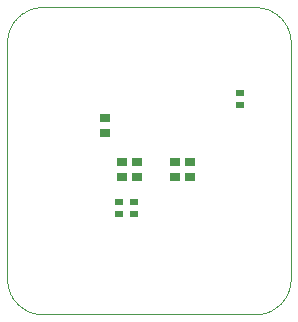
<source format=gbp>
G04 EAGLE Gerber RS-274X export*
G75*
%MOMM*%
%FSLAX35Y35*%
%LPD*%
%INsolder_paste_bottom*%
%IPPOS*%
%AMOC8*
5,1,8,0,0,1.08239X$1,22.5*%
G01*
%ADD10C,0.010000*%
%ADD11R,0.700000X0.600000*%
%ADD12R,0.900000X0.700000*%


D10*
X2100000Y0D02*
X300000Y0D01*
X292751Y88D01*
X285506Y350D01*
X278270Y788D01*
X271046Y1401D01*
X263839Y2187D01*
X256653Y3148D01*
X249493Y4282D01*
X242362Y5589D01*
X235265Y7068D01*
X228205Y8717D01*
X221188Y10537D01*
X214216Y12526D01*
X207295Y14683D01*
X200428Y17006D01*
X193619Y19495D01*
X186872Y22148D01*
X180191Y24962D01*
X173580Y27938D01*
X167043Y31072D01*
X160583Y34363D01*
X154205Y37810D01*
X147912Y41409D01*
X141708Y45160D01*
X135596Y49059D01*
X129581Y53105D01*
X123664Y57295D01*
X117851Y61627D01*
X112144Y66098D01*
X106547Y70705D01*
X101063Y75447D01*
X95695Y80319D01*
X90447Y85320D01*
X85320Y90447D01*
X80319Y95695D01*
X75447Y101063D01*
X70705Y106547D01*
X66098Y112144D01*
X61627Y117851D01*
X57295Y123664D01*
X53105Y129581D01*
X49059Y135596D01*
X45160Y141708D01*
X41409Y147912D01*
X37810Y154205D01*
X34363Y160583D01*
X31072Y167043D01*
X27938Y173580D01*
X24962Y180191D01*
X22148Y186872D01*
X19495Y193619D01*
X17006Y200428D01*
X14683Y207295D01*
X12526Y214216D01*
X10537Y221188D01*
X8717Y228205D01*
X7068Y235265D01*
X5589Y242362D01*
X4282Y249493D01*
X3148Y256653D01*
X2187Y263839D01*
X1401Y271046D01*
X788Y278270D01*
X350Y285506D01*
X88Y292751D01*
X0Y300000D01*
X0Y2300000D01*
X88Y2307249D01*
X350Y2314494D01*
X788Y2321730D01*
X1401Y2328954D01*
X2187Y2336161D01*
X3148Y2343347D01*
X4282Y2350507D01*
X5589Y2357638D01*
X7068Y2364735D01*
X8717Y2371795D01*
X10537Y2378812D01*
X12526Y2385784D01*
X14683Y2392705D01*
X17006Y2399572D01*
X19495Y2406381D01*
X22148Y2413128D01*
X24962Y2419809D01*
X27938Y2426420D01*
X31072Y2432957D01*
X34363Y2439417D01*
X37810Y2445795D01*
X41409Y2452088D01*
X45160Y2458292D01*
X49059Y2464404D01*
X53105Y2470419D01*
X57295Y2476336D01*
X61627Y2482149D01*
X66098Y2487856D01*
X70705Y2493453D01*
X75447Y2498937D01*
X80319Y2504305D01*
X85320Y2509553D01*
X90447Y2514680D01*
X95695Y2519681D01*
X101063Y2524553D01*
X106547Y2529295D01*
X112144Y2533902D01*
X117851Y2538373D01*
X123664Y2542705D01*
X129581Y2546895D01*
X135596Y2550941D01*
X141708Y2554840D01*
X147912Y2558591D01*
X154205Y2562190D01*
X160583Y2565637D01*
X167043Y2568928D01*
X173580Y2572062D01*
X180191Y2575038D01*
X186872Y2577852D01*
X193619Y2580505D01*
X200428Y2582994D01*
X207295Y2585317D01*
X214216Y2587474D01*
X221188Y2589463D01*
X228205Y2591283D01*
X235265Y2592932D01*
X242362Y2594411D01*
X249493Y2595718D01*
X256653Y2596852D01*
X263839Y2597813D01*
X271046Y2598599D01*
X278270Y2599212D01*
X285506Y2599650D01*
X292751Y2599912D01*
X300000Y2600000D01*
X2100000Y2600000D01*
X2107249Y2599912D01*
X2114494Y2599650D01*
X2121730Y2599212D01*
X2128954Y2598599D01*
X2136161Y2597813D01*
X2143347Y2596852D01*
X2150507Y2595718D01*
X2157638Y2594411D01*
X2164735Y2592932D01*
X2171795Y2591283D01*
X2178812Y2589463D01*
X2185784Y2587474D01*
X2192705Y2585317D01*
X2199572Y2582994D01*
X2206381Y2580505D01*
X2213128Y2577852D01*
X2219809Y2575038D01*
X2226420Y2572062D01*
X2232957Y2568928D01*
X2239417Y2565637D01*
X2245795Y2562190D01*
X2252088Y2558591D01*
X2258292Y2554840D01*
X2264404Y2550941D01*
X2270419Y2546895D01*
X2276336Y2542705D01*
X2282149Y2538373D01*
X2287856Y2533902D01*
X2293453Y2529295D01*
X2298937Y2524553D01*
X2304305Y2519681D01*
X2309553Y2514680D01*
X2314680Y2509553D01*
X2319681Y2504305D01*
X2324553Y2498937D01*
X2329295Y2493453D01*
X2333902Y2487856D01*
X2338373Y2482149D01*
X2342705Y2476336D01*
X2346895Y2470419D01*
X2350941Y2464404D01*
X2354840Y2458292D01*
X2358591Y2452088D01*
X2362190Y2445795D01*
X2365637Y2439417D01*
X2368928Y2432957D01*
X2372062Y2426420D01*
X2375038Y2419809D01*
X2377852Y2413128D01*
X2380505Y2406381D01*
X2382994Y2399572D01*
X2385317Y2392705D01*
X2387474Y2385784D01*
X2389463Y2378812D01*
X2391283Y2371795D01*
X2392932Y2364735D01*
X2394411Y2357638D01*
X2395718Y2350507D01*
X2396852Y2343347D01*
X2397813Y2336161D01*
X2398599Y2328954D01*
X2399212Y2321730D01*
X2399650Y2314494D01*
X2399912Y2307249D01*
X2400000Y2300000D01*
X2400000Y300000D01*
X2399912Y292751D01*
X2399650Y285506D01*
X2399212Y278270D01*
X2398599Y271046D01*
X2397813Y263839D01*
X2396852Y256653D01*
X2395718Y249493D01*
X2394411Y242362D01*
X2392932Y235265D01*
X2391283Y228205D01*
X2389463Y221188D01*
X2387474Y214216D01*
X2385317Y207295D01*
X2382994Y200428D01*
X2380505Y193619D01*
X2377852Y186872D01*
X2375038Y180191D01*
X2372062Y173580D01*
X2368928Y167043D01*
X2365637Y160583D01*
X2362190Y154205D01*
X2358591Y147912D01*
X2354840Y141708D01*
X2350941Y135596D01*
X2346895Y129581D01*
X2342705Y123664D01*
X2338373Y117851D01*
X2333902Y112144D01*
X2329295Y106547D01*
X2324553Y101063D01*
X2319681Y95695D01*
X2314680Y90447D01*
X2309553Y85320D01*
X2304305Y80319D01*
X2298937Y75447D01*
X2293453Y70705D01*
X2287856Y66098D01*
X2282149Y61627D01*
X2276336Y57295D01*
X2270419Y53105D01*
X2264404Y49059D01*
X2258292Y45160D01*
X2252088Y41409D01*
X2245795Y37810D01*
X2239417Y34363D01*
X2232957Y31072D01*
X2226420Y27938D01*
X2219809Y24962D01*
X2213128Y22148D01*
X2206381Y19495D01*
X2199572Y17006D01*
X2192705Y14683D01*
X2185784Y12526D01*
X2178812Y10537D01*
X2171795Y8717D01*
X2164735Y7068D01*
X2157638Y5589D01*
X2150507Y4282D01*
X2143347Y3148D01*
X2136161Y2187D01*
X2128954Y1401D01*
X2121730Y788D01*
X2114494Y350D01*
X2107249Y88D01*
X2100000Y0D01*
D11*
X950000Y850000D03*
X950000Y950000D03*
X1075000Y950000D03*
X1075000Y850000D03*
D12*
X1550000Y1160000D03*
X1550000Y1290000D03*
X975000Y1160000D03*
X975000Y1290000D03*
X1425000Y1160000D03*
X1425000Y1290000D03*
X1100000Y1160000D03*
X1100000Y1290000D03*
X825000Y1535000D03*
X825000Y1665000D03*
D11*
X1975000Y1775000D03*
X1975000Y1875000D03*
M02*

</source>
